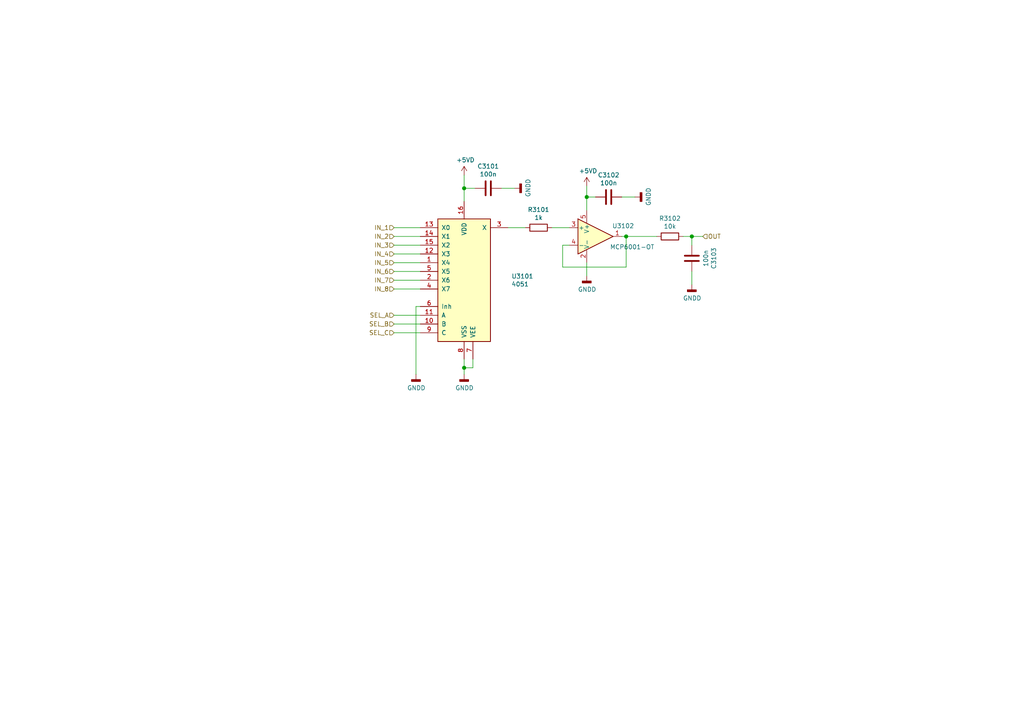
<source format=kicad_sch>
(kicad_sch (version 20211123) (generator eeschema)

  (uuid 5bdd93ee-e206-49ea-8235-e6d01732b17f)

  (paper "A4")

  (lib_symbols
    (symbol "4xxx:4051" (pin_names (offset 1.016)) (in_bom yes) (on_board yes)
      (property "Reference" "U" (id 0) (at -7.62 19.05 0)
        (effects (font (size 1.27 1.27)))
      )
      (property "Value" "4051" (id 1) (at -7.62 -19.05 0)
        (effects (font (size 1.27 1.27)))
      )
      (property "Footprint" "" (id 2) (at 0 0 0)
        (effects (font (size 1.27 1.27)) hide)
      )
      (property "Datasheet" "http://www.intersil.com/content/dam/Intersil/documents/cd40/cd4051bms-52bms-53bms.pdf" (id 3) (at 0 0 0)
        (effects (font (size 1.27 1.27)) hide)
      )
      (property "ki_locked" "" (id 4) (at 0 0 0)
        (effects (font (size 1.27 1.27)))
      )
      (property "ki_keywords" "CMOS MUX MUX8" (id 5) (at 0 0 0)
        (effects (font (size 1.27 1.27)) hide)
      )
      (property "ki_description" "Analog Multiplexer 8 to 1 lins" (id 6) (at 0 0 0)
        (effects (font (size 1.27 1.27)) hide)
      )
      (property "ki_fp_filters" "DIP?16*" (id 7) (at 0 0 0)
        (effects (font (size 1.27 1.27)) hide)
      )
      (symbol "4051_1_0"
        (pin passive line (at -12.7 5.08 0) (length 5.08)
          (name "X4" (effects (font (size 1.27 1.27))))
          (number "1" (effects (font (size 1.27 1.27))))
        )
        (pin input line (at -12.7 -12.7 0) (length 5.08)
          (name "B" (effects (font (size 1.27 1.27))))
          (number "10" (effects (font (size 1.27 1.27))))
        )
        (pin input line (at -12.7 -10.16 0) (length 5.08)
          (name "A" (effects (font (size 1.27 1.27))))
          (number "11" (effects (font (size 1.27 1.27))))
        )
        (pin passive line (at -12.7 7.62 0) (length 5.08)
          (name "X3" (effects (font (size 1.27 1.27))))
          (number "12" (effects (font (size 1.27 1.27))))
        )
        (pin passive line (at -12.7 15.24 0) (length 5.08)
          (name "X0" (effects (font (size 1.27 1.27))))
          (number "13" (effects (font (size 1.27 1.27))))
        )
        (pin passive line (at -12.7 12.7 0) (length 5.08)
          (name "X1" (effects (font (size 1.27 1.27))))
          (number "14" (effects (font (size 1.27 1.27))))
        )
        (pin passive line (at -12.7 10.16 0) (length 5.08)
          (name "X2" (effects (font (size 1.27 1.27))))
          (number "15" (effects (font (size 1.27 1.27))))
        )
        (pin power_in line (at 0 22.86 270) (length 5.08)
          (name "VDD" (effects (font (size 1.27 1.27))))
          (number "16" (effects (font (size 1.27 1.27))))
        )
        (pin passive line (at -12.7 0 0) (length 5.08)
          (name "X6" (effects (font (size 1.27 1.27))))
          (number "2" (effects (font (size 1.27 1.27))))
        )
        (pin passive line (at 12.7 15.24 180) (length 5.08)
          (name "X" (effects (font (size 1.27 1.27))))
          (number "3" (effects (font (size 1.27 1.27))))
        )
        (pin passive line (at -12.7 -2.54 0) (length 5.08)
          (name "X7" (effects (font (size 1.27 1.27))))
          (number "4" (effects (font (size 1.27 1.27))))
        )
        (pin passive line (at -12.7 2.54 0) (length 5.08)
          (name "X5" (effects (font (size 1.27 1.27))))
          (number "5" (effects (font (size 1.27 1.27))))
        )
        (pin input line (at -12.7 -7.62 0) (length 5.08)
          (name "Inh" (effects (font (size 1.27 1.27))))
          (number "6" (effects (font (size 1.27 1.27))))
        )
        (pin power_in line (at 2.54 -22.86 90) (length 5.08)
          (name "VEE" (effects (font (size 1.27 1.27))))
          (number "7" (effects (font (size 1.27 1.27))))
        )
        (pin power_in line (at 0 -22.86 90) (length 5.08)
          (name "VSS" (effects (font (size 1.27 1.27))))
          (number "8" (effects (font (size 1.27 1.27))))
        )
        (pin input line (at -12.7 -15.24 0) (length 5.08)
          (name "C" (effects (font (size 1.27 1.27))))
          (number "9" (effects (font (size 1.27 1.27))))
        )
      )
      (symbol "4051_1_1"
        (rectangle (start -7.62 17.78) (end 7.62 -17.78)
          (stroke (width 0.254) (type default) (color 0 0 0 0))
          (fill (type background))
        )
      )
    )
    (symbol "Amplifier_Operational:MCP6001-OT" (pin_names (offset 0.127)) (in_bom yes) (on_board yes)
      (property "Reference" "U" (id 0) (at -1.27 6.35 0)
        (effects (font (size 1.27 1.27)) (justify left))
      )
      (property "Value" "MCP6001-OT" (id 1) (at -1.27 3.81 0)
        (effects (font (size 1.27 1.27)) (justify left))
      )
      (property "Footprint" "Package_TO_SOT_SMD:SOT-23-5" (id 2) (at -2.54 -5.08 0)
        (effects (font (size 1.27 1.27)) (justify left) hide)
      )
      (property "Datasheet" "http://ww1.microchip.com/downloads/en/DeviceDoc/21733j.pdf" (id 3) (at 0 5.08 0)
        (effects (font (size 1.27 1.27)) hide)
      )
      (property "ki_keywords" "single opamp" (id 4) (at 0 0 0)
        (effects (font (size 1.27 1.27)) hide)
      )
      (property "ki_description" "1MHz, Low-Power Op Amp, SOT-23-5" (id 5) (at 0 0 0)
        (effects (font (size 1.27 1.27)) hide)
      )
      (property "ki_fp_filters" "SOT?23*" (id 6) (at 0 0 0)
        (effects (font (size 1.27 1.27)) hide)
      )
      (symbol "MCP6001-OT_0_1"
        (polyline
          (pts
            (xy -5.08 5.08)
            (xy 5.08 0)
            (xy -5.08 -5.08)
            (xy -5.08 5.08)
          )
          (stroke (width 0.254) (type default) (color 0 0 0 0))
          (fill (type background))
        )
        (pin power_in line (at -2.54 -7.62 90) (length 3.81)
          (name "V-" (effects (font (size 1.27 1.27))))
          (number "2" (effects (font (size 1.27 1.27))))
        )
        (pin power_in line (at -2.54 7.62 270) (length 3.81)
          (name "V+" (effects (font (size 1.27 1.27))))
          (number "5" (effects (font (size 1.27 1.27))))
        )
      )
      (symbol "MCP6001-OT_1_1"
        (pin output line (at 7.62 0 180) (length 2.54)
          (name "~" (effects (font (size 1.27 1.27))))
          (number "1" (effects (font (size 1.27 1.27))))
        )
        (pin input line (at -7.62 2.54 0) (length 2.54)
          (name "+" (effects (font (size 1.27 1.27))))
          (number "3" (effects (font (size 1.27 1.27))))
        )
        (pin input line (at -7.62 -2.54 0) (length 2.54)
          (name "-" (effects (font (size 1.27 1.27))))
          (number "4" (effects (font (size 1.27 1.27))))
        )
      )
    )
    (symbol "Device:C" (pin_numbers hide) (pin_names (offset 0.254)) (in_bom yes) (on_board yes)
      (property "Reference" "C" (id 0) (at 0.635 2.54 0)
        (effects (font (size 1.27 1.27)) (justify left))
      )
      (property "Value" "C" (id 1) (at 0.635 -2.54 0)
        (effects (font (size 1.27 1.27)) (justify left))
      )
      (property "Footprint" "" (id 2) (at 0.9652 -3.81 0)
        (effects (font (size 1.27 1.27)) hide)
      )
      (property "Datasheet" "~" (id 3) (at 0 0 0)
        (effects (font (size 1.27 1.27)) hide)
      )
      (property "ki_keywords" "cap capacitor" (id 4) (at 0 0 0)
        (effects (font (size 1.27 1.27)) hide)
      )
      (property "ki_description" "Unpolarized capacitor" (id 5) (at 0 0 0)
        (effects (font (size 1.27 1.27)) hide)
      )
      (property "ki_fp_filters" "C_*" (id 6) (at 0 0 0)
        (effects (font (size 1.27 1.27)) hide)
      )
      (symbol "C_0_1"
        (polyline
          (pts
            (xy -2.032 -0.762)
            (xy 2.032 -0.762)
          )
          (stroke (width 0.508) (type default) (color 0 0 0 0))
          (fill (type none))
        )
        (polyline
          (pts
            (xy -2.032 0.762)
            (xy 2.032 0.762)
          )
          (stroke (width 0.508) (type default) (color 0 0 0 0))
          (fill (type none))
        )
      )
      (symbol "C_1_1"
        (pin passive line (at 0 3.81 270) (length 2.794)
          (name "~" (effects (font (size 1.27 1.27))))
          (number "1" (effects (font (size 1.27 1.27))))
        )
        (pin passive line (at 0 -3.81 90) (length 2.794)
          (name "~" (effects (font (size 1.27 1.27))))
          (number "2" (effects (font (size 1.27 1.27))))
        )
      )
    )
    (symbol "Device:R" (pin_numbers hide) (pin_names (offset 0)) (in_bom yes) (on_board yes)
      (property "Reference" "R" (id 0) (at 2.032 0 90)
        (effects (font (size 1.27 1.27)))
      )
      (property "Value" "R" (id 1) (at 0 0 90)
        (effects (font (size 1.27 1.27)))
      )
      (property "Footprint" "" (id 2) (at -1.778 0 90)
        (effects (font (size 1.27 1.27)) hide)
      )
      (property "Datasheet" "~" (id 3) (at 0 0 0)
        (effects (font (size 1.27 1.27)) hide)
      )
      (property "ki_keywords" "R res resistor" (id 4) (at 0 0 0)
        (effects (font (size 1.27 1.27)) hide)
      )
      (property "ki_description" "Resistor" (id 5) (at 0 0 0)
        (effects (font (size 1.27 1.27)) hide)
      )
      (property "ki_fp_filters" "R_*" (id 6) (at 0 0 0)
        (effects (font (size 1.27 1.27)) hide)
      )
      (symbol "R_0_1"
        (rectangle (start -1.016 -2.54) (end 1.016 2.54)
          (stroke (width 0.254) (type default) (color 0 0 0 0))
          (fill (type none))
        )
      )
      (symbol "R_1_1"
        (pin passive line (at 0 3.81 270) (length 1.27)
          (name "~" (effects (font (size 1.27 1.27))))
          (number "1" (effects (font (size 1.27 1.27))))
        )
        (pin passive line (at 0 -3.81 90) (length 1.27)
          (name "~" (effects (font (size 1.27 1.27))))
          (number "2" (effects (font (size 1.27 1.27))))
        )
      )
    )
    (symbol "power:+5VD" (power) (pin_names (offset 0)) (in_bom yes) (on_board yes)
      (property "Reference" "#PWR" (id 0) (at 0 -3.81 0)
        (effects (font (size 1.27 1.27)) hide)
      )
      (property "Value" "+5VD" (id 1) (at 0 3.556 0)
        (effects (font (size 1.27 1.27)))
      )
      (property "Footprint" "" (id 2) (at 0 0 0)
        (effects (font (size 1.27 1.27)) hide)
      )
      (property "Datasheet" "" (id 3) (at 0 0 0)
        (effects (font (size 1.27 1.27)) hide)
      )
      (property "ki_keywords" "power-flag" (id 4) (at 0 0 0)
        (effects (font (size 1.27 1.27)) hide)
      )
      (property "ki_description" "Power symbol creates a global label with name \"+5VD\"" (id 5) (at 0 0 0)
        (effects (font (size 1.27 1.27)) hide)
      )
      (symbol "+5VD_0_1"
        (polyline
          (pts
            (xy -0.762 1.27)
            (xy 0 2.54)
          )
          (stroke (width 0) (type default) (color 0 0 0 0))
          (fill (type none))
        )
        (polyline
          (pts
            (xy 0 0)
            (xy 0 2.54)
          )
          (stroke (width 0) (type default) (color 0 0 0 0))
          (fill (type none))
        )
        (polyline
          (pts
            (xy 0 2.54)
            (xy 0.762 1.27)
          )
          (stroke (width 0) (type default) (color 0 0 0 0))
          (fill (type none))
        )
      )
      (symbol "+5VD_1_1"
        (pin power_in line (at 0 0 90) (length 0) hide
          (name "+5VD" (effects (font (size 1.27 1.27))))
          (number "1" (effects (font (size 1.27 1.27))))
        )
      )
    )
    (symbol "power:GNDD" (power) (pin_names (offset 0)) (in_bom yes) (on_board yes)
      (property "Reference" "#PWR" (id 0) (at 0 -6.35 0)
        (effects (font (size 1.27 1.27)) hide)
      )
      (property "Value" "GNDD" (id 1) (at 0 -3.175 0)
        (effects (font (size 1.27 1.27)))
      )
      (property "Footprint" "" (id 2) (at 0 0 0)
        (effects (font (size 1.27 1.27)) hide)
      )
      (property "Datasheet" "" (id 3) (at 0 0 0)
        (effects (font (size 1.27 1.27)) hide)
      )
      (property "ki_keywords" "power-flag" (id 4) (at 0 0 0)
        (effects (font (size 1.27 1.27)) hide)
      )
      (property "ki_description" "Power symbol creates a global label with name \"GNDD\" , digital ground" (id 5) (at 0 0 0)
        (effects (font (size 1.27 1.27)) hide)
      )
      (symbol "GNDD_0_1"
        (rectangle (start -1.27 -1.524) (end 1.27 -2.032)
          (stroke (width 0.254) (type default) (color 0 0 0 0))
          (fill (type outline))
        )
        (polyline
          (pts
            (xy 0 0)
            (xy 0 -1.524)
          )
          (stroke (width 0) (type default) (color 0 0 0 0))
          (fill (type none))
        )
      )
      (symbol "GNDD_1_1"
        (pin power_in line (at 0 0 270) (length 0) hide
          (name "GNDD" (effects (font (size 1.27 1.27))))
          (number "1" (effects (font (size 1.27 1.27))))
        )
      )
    )
  )

  (junction (at 181.61 68.58) (diameter 1.016) (color 0 0 0 0)
    (uuid 1db46316-f403-492b-8814-154fc43d62a8)
  )
  (junction (at 134.62 106.68) (diameter 1.016) (color 0 0 0 0)
    (uuid 65f89bc6-cda1-4481-b360-d7547150b31e)
  )
  (junction (at 170.18 57.15) (diameter 1.016) (color 0 0 0 0)
    (uuid 8a1a639a-559c-483d-9c99-1b2fafbdacf1)
  )
  (junction (at 134.62 54.61) (diameter 1.016) (color 0 0 0 0)
    (uuid b37c8835-0989-48c9-97ba-c045f0d7107f)
  )
  (junction (at 200.66 68.58) (diameter 1.016) (color 0 0 0 0)
    (uuid c2d81a3b-9b02-4ddc-9c7b-c0e881678970)
  )

  (wire (pts (xy 200.66 78.74) (xy 200.66 82.55))
    (stroke (width 0) (type solid) (color 0 0 0 0))
    (uuid 0ebcb8af-d85b-43e1-bbef-f54f9b37087b)
  )
  (wire (pts (xy 160.02 66.04) (xy 165.1 66.04))
    (stroke (width 0) (type solid) (color 0 0 0 0))
    (uuid 12772ac1-5729-4be3-9235-e603a4238a14)
  )
  (wire (pts (xy 198.12 68.58) (xy 200.66 68.58))
    (stroke (width 0) (type solid) (color 0 0 0 0))
    (uuid 15e6e548-3378-4286-8b86-f79dd52da5cd)
  )
  (wire (pts (xy 120.65 88.9) (xy 120.65 108.585))
    (stroke (width 0) (type solid) (color 0 0 0 0))
    (uuid 1b089f84-d1b8-4fd1-886d-66355f76d9de)
  )
  (wire (pts (xy 165.1 71.12) (xy 163.195 71.12))
    (stroke (width 0) (type solid) (color 0 0 0 0))
    (uuid 1e234b34-1734-4f4f-8c2b-ecdd42a2eaca)
  )
  (wire (pts (xy 147.32 66.04) (xy 152.4 66.04))
    (stroke (width 0) (type solid) (color 0 0 0 0))
    (uuid 22a56e65-bca6-4b15-822f-375c346a1c67)
  )
  (wire (pts (xy 145.415 54.61) (xy 149.225 54.61))
    (stroke (width 0) (type solid) (color 0 0 0 0))
    (uuid 31fafbbe-426b-445d-a629-6f160d5d3d86)
  )
  (wire (pts (xy 137.16 106.68) (xy 134.62 106.68))
    (stroke (width 0) (type solid) (color 0 0 0 0))
    (uuid 3445b9ec-3295-4468-94c5-87decff65d85)
  )
  (wire (pts (xy 134.62 104.14) (xy 134.62 106.68))
    (stroke (width 0) (type solid) (color 0 0 0 0))
    (uuid 3588e0a7-15da-4a75-a5c4-0dd75b17a788)
  )
  (wire (pts (xy 114.3 91.44) (xy 121.92 91.44))
    (stroke (width 0) (type solid) (color 0 0 0 0))
    (uuid 3d262bd6-79a2-4b7f-ae03-b3913d004cce)
  )
  (wire (pts (xy 114.3 66.04) (xy 121.92 66.04))
    (stroke (width 0) (type solid) (color 0 0 0 0))
    (uuid 4a8eed05-5cc7-44fb-914a-579a2ebca718)
  )
  (wire (pts (xy 181.61 68.58) (xy 190.5 68.58))
    (stroke (width 0) (type solid) (color 0 0 0 0))
    (uuid 4b2093db-83c4-4b11-ae1d-dc083be70d72)
  )
  (wire (pts (xy 181.61 77.47) (xy 181.61 68.58))
    (stroke (width 0) (type solid) (color 0 0 0 0))
    (uuid 4dd63fa8-83c7-4385-aea0-5daee8d648dc)
  )
  (wire (pts (xy 114.3 68.58) (xy 121.92 68.58))
    (stroke (width 0) (type solid) (color 0 0 0 0))
    (uuid 5a46d38d-611e-42b5-8ca0-0776ce30297f)
  )
  (wire (pts (xy 114.3 76.2) (xy 121.92 76.2))
    (stroke (width 0) (type solid) (color 0 0 0 0))
    (uuid 5df9e55a-c8d0-49c6-b257-f82233e96562)
  )
  (wire (pts (xy 134.62 54.61) (xy 137.795 54.61))
    (stroke (width 0) (type solid) (color 0 0 0 0))
    (uuid 6651f3c5-b5e4-47c9-ad67-1b10db85246f)
  )
  (wire (pts (xy 180.34 57.15) (xy 184.15 57.15))
    (stroke (width 0) (type solid) (color 0 0 0 0))
    (uuid 7fcbb409-2bde-43c8-bd6b-8f36eee8561c)
  )
  (wire (pts (xy 114.3 96.52) (xy 121.92 96.52))
    (stroke (width 0) (type solid) (color 0 0 0 0))
    (uuid 7ffa88cd-9cd8-4d68-88ab-e69ec116c321)
  )
  (wire (pts (xy 163.195 71.12) (xy 163.195 77.47))
    (stroke (width 0) (type solid) (color 0 0 0 0))
    (uuid 81d29510-b8d2-43eb-ba63-37a65706ff8a)
  )
  (wire (pts (xy 170.18 76.2) (xy 170.18 80.01))
    (stroke (width 0) (type solid) (color 0 0 0 0))
    (uuid 87461b1d-ffd8-41fe-a87a-4c2660bbdeb7)
  )
  (wire (pts (xy 134.62 106.68) (xy 134.62 108.585))
    (stroke (width 0) (type solid) (color 0 0 0 0))
    (uuid 8be653db-e4ab-4777-88b8-6238cf843089)
  )
  (wire (pts (xy 170.18 57.15) (xy 172.72 57.15))
    (stroke (width 0) (type solid) (color 0 0 0 0))
    (uuid 8fec52fe-7189-4ed8-8430-b50b34b5bea7)
  )
  (wire (pts (xy 200.66 68.58) (xy 203.835 68.58))
    (stroke (width 0) (type solid) (color 0 0 0 0))
    (uuid 90ed6907-1556-40cb-a0ad-89876809dddd)
  )
  (wire (pts (xy 114.3 93.98) (xy 121.92 93.98))
    (stroke (width 0) (type solid) (color 0 0 0 0))
    (uuid 9bba08c6-5c81-4cce-bfef-b7ae94c2cb55)
  )
  (wire (pts (xy 180.34 68.58) (xy 181.61 68.58))
    (stroke (width 0) (type solid) (color 0 0 0 0))
    (uuid a03aa389-769b-4a0a-bd70-11f0b3ad90fa)
  )
  (wire (pts (xy 134.62 50.8) (xy 134.62 54.61))
    (stroke (width 0) (type solid) (color 0 0 0 0))
    (uuid a2a85a68-7e35-45cc-a159-dff83882b55e)
  )
  (wire (pts (xy 163.195 77.47) (xy 181.61 77.47))
    (stroke (width 0) (type solid) (color 0 0 0 0))
    (uuid abb1ada8-5ad8-4e35-a9d4-41a97027fbe8)
  )
  (wire (pts (xy 114.3 71.12) (xy 121.92 71.12))
    (stroke (width 0) (type solid) (color 0 0 0 0))
    (uuid acf04346-ab42-4c19-ae0d-9465c1bb0b5c)
  )
  (wire (pts (xy 200.66 68.58) (xy 200.66 71.12))
    (stroke (width 0) (type solid) (color 0 0 0 0))
    (uuid ad41c0f4-7877-43d1-bdf8-81ba947ab6d2)
  )
  (wire (pts (xy 114.3 73.66) (xy 121.92 73.66))
    (stroke (width 0) (type solid) (color 0 0 0 0))
    (uuid b84552cf-4dbd-4eed-b0c1-d3264091288d)
  )
  (wire (pts (xy 121.92 88.9) (xy 120.65 88.9))
    (stroke (width 0) (type solid) (color 0 0 0 0))
    (uuid c33371c3-654d-4fc7-a607-9266ac5b6a13)
  )
  (wire (pts (xy 134.62 54.61) (xy 134.62 58.42))
    (stroke (width 0) (type solid) (color 0 0 0 0))
    (uuid c4c93fb7-d593-4da0-a452-783c37681494)
  )
  (wire (pts (xy 114.3 81.28) (xy 121.92 81.28))
    (stroke (width 0) (type solid) (color 0 0 0 0))
    (uuid ce167a63-1b26-4bc4-8a09-2dba759522e2)
  )
  (wire (pts (xy 114.3 83.82) (xy 121.92 83.82))
    (stroke (width 0) (type solid) (color 0 0 0 0))
    (uuid d4a0c18f-0a54-4b78-8900-538fed264fd4)
  )
  (wire (pts (xy 137.16 104.14) (xy 137.16 106.68))
    (stroke (width 0) (type solid) (color 0 0 0 0))
    (uuid d9890a10-0d35-416b-8c25-293ec36e9245)
  )
  (wire (pts (xy 114.3 78.74) (xy 121.92 78.74))
    (stroke (width 0) (type solid) (color 0 0 0 0))
    (uuid da990184-fd97-49a7-81d4-35e22857ca14)
  )
  (wire (pts (xy 170.18 60.96) (xy 170.18 57.15))
    (stroke (width 0) (type solid) (color 0 0 0 0))
    (uuid edaccd77-4a68-4f1a-b230-63918e47971c)
  )
  (wire (pts (xy 170.18 53.975) (xy 170.18 57.15))
    (stroke (width 0) (type solid) (color 0 0 0 0))
    (uuid ff9e7ba3-b498-4f05-aa7a-04e0a3129ab7)
  )

  (hierarchical_label "IN_8" (shape input) (at 114.3 83.82 180)
    (effects (font (size 1.27 1.27)) (justify right))
    (uuid 2840b556-bca0-4133-bdc1-1b4c72a75ef5)
  )
  (hierarchical_label "SEL_A" (shape input) (at 114.3 91.44 180)
    (effects (font (size 1.27 1.27)) (justify right))
    (uuid 30ceca89-de74-4438-ae97-5b9a1bb7bbae)
  )
  (hierarchical_label "IN_7" (shape input) (at 114.3 81.28 180)
    (effects (font (size 1.27 1.27)) (justify right))
    (uuid 33190f7f-3bcf-4c67-9153-a7d3170789ac)
  )
  (hierarchical_label "IN_5" (shape input) (at 114.3 76.2 180)
    (effects (font (size 1.27 1.27)) (justify right))
    (uuid 3b64be64-4775-47ad-81e8-7a81ec19d34d)
  )
  (hierarchical_label "IN_4" (shape input) (at 114.3 73.66 180)
    (effects (font (size 1.27 1.27)) (justify right))
    (uuid 3fc6a369-fd91-4017-b468-bf4a38c1190f)
  )
  (hierarchical_label "IN_3" (shape input) (at 114.3 71.12 180)
    (effects (font (size 1.27 1.27)) (justify right))
    (uuid 83835cda-ec4b-4138-8725-2d38f39832ce)
  )
  (hierarchical_label "SEL_C" (shape input) (at 114.3 96.52 180)
    (effects (font (size 1.27 1.27)) (justify right))
    (uuid a1739152-97b0-4efb-8e85-255fb9ab281a)
  )
  (hierarchical_label "IN_1" (shape input) (at 114.3 66.04 180)
    (effects (font (size 1.27 1.27)) (justify right))
    (uuid b4a8346a-153e-4642-a592-6e24db4a3c80)
  )
  (hierarchical_label "IN_6" (shape input) (at 114.3 78.74 180)
    (effects (font (size 1.27 1.27)) (justify right))
    (uuid b4ea111a-655a-42f3-af1c-1856e2f9e14d)
  )
  (hierarchical_label "OUT" (shape input) (at 203.835 68.58 0)
    (effects (font (size 1.27 1.27)) (justify left))
    (uuid b8a91ec8-4ff2-42eb-b660-e05413218092)
  )
  (hierarchical_label "IN_2" (shape input) (at 114.3 68.58 180)
    (effects (font (size 1.27 1.27)) (justify right))
    (uuid ba61d475-ea33-4cc0-bd57-8afa99128596)
  )
  (hierarchical_label "SEL_B" (shape input) (at 114.3 93.98 180)
    (effects (font (size 1.27 1.27)) (justify right))
    (uuid d31cb491-535e-47d4-ab10-e9e44b8de27e)
  )

  (symbol (lib_id "power:GNDD") (at 134.62 108.585 0)
    (in_bom yes) (on_board yes)
    (uuid 157f6b56-7737-427d-8ddd-a953d1ceba38)
    (property "Reference" "#PWR03105" (id 0) (at 134.62 114.935 0)
      (effects (font (size 1.27 1.27)) hide)
    )
    (property "Value" "GNDD" (id 1) (at 134.7216 112.522 0))
    (property "Footprint" "" (id 2) (at 134.62 108.585 0)
      (effects (font (size 1.27 1.27)) hide)
    )
    (property "Datasheet" "" (id 3) (at 134.62 108.585 0)
      (effects (font (size 1.27 1.27)) hide)
    )
    (pin "1" (uuid 4625f4ce-3df2-4df9-872c-4deb31549ec8))
  )

  (symbol (lib_id "power:GNDD") (at 170.18 80.01 0)
    (in_bom yes) (on_board yes)
    (uuid 34a4e272-61e7-4553-88ec-19f48f06a41d)
    (property "Reference" "#PWR03108" (id 0) (at 170.18 86.36 0)
      (effects (font (size 1.27 1.27)) hide)
    )
    (property "Value" "GNDD" (id 1) (at 170.2816 83.947 0))
    (property "Footprint" "" (id 2) (at 170.18 80.01 0)
      (effects (font (size 1.27 1.27)) hide)
    )
    (property "Datasheet" "" (id 3) (at 170.18 80.01 0)
      (effects (font (size 1.27 1.27)) hide)
    )
    (pin "1" (uuid 75cfaa0c-dc28-4e51-a0cb-753e920dcef0))
  )

  (symbol (lib_id "Amplifier_Operational:MCP6001-OT") (at 172.72 68.58 0)
    (in_bom yes) (on_board yes)
    (uuid 35fc21b2-2c59-4fcd-954b-a7c1195a8354)
    (property "Reference" "U3102" (id 0) (at 177.5461 65.5256 0)
      (effects (font (size 1.27 1.27)) (justify left))
    )
    (property "Value" "MCP6001-OT" (id 1) (at 176.9111 71.6343 0)
      (effects (font (size 1.27 1.27)) (justify left))
    )
    (property "Footprint" "Package_TO_SOT_SMD:SOT-23-5" (id 2) (at 170.18 73.66 0)
      (effects (font (size 1.27 1.27)) (justify left) hide)
    )
    (property "Datasheet" "http://ww1.microchip.com/downloads/en/DeviceDoc/21733j.pdf" (id 3) (at 172.72 63.5 0)
      (effects (font (size 1.27 1.27)) hide)
    )
    (pin "2" (uuid 5492cbdf-a038-410a-b1e6-b9ea808e1f6f))
    (pin "5" (uuid 4d451da5-899c-4fa7-971e-185fd45bdf72))
    (pin "1" (uuid 9258719a-2d5a-4cc2-8528-54705084bc37))
    (pin "3" (uuid d5ad2261-583e-480b-b3e9-f916d18d687a))
    (pin "4" (uuid d444e294-fd8c-476b-b721-55c166e5c2e7))
  )

  (symbol (lib_id "Device:C") (at 176.53 57.15 90)
    (in_bom yes) (on_board yes)
    (uuid 49e31916-b8da-4695-a543-9583480c33da)
    (property "Reference" "C3102" (id 0) (at 176.53 50.7808 90))
    (property "Value" "100n" (id 1) (at 176.53 53.08 90))
    (property "Footprint" "Capacitor_SMD:C_0603_1608Metric" (id 2) (at 180.34 56.1848 0)
      (effects (font (size 1.27 1.27)) hide)
    )
    (property "Datasheet" "~" (id 3) (at 176.53 57.15 0)
      (effects (font (size 1.27 1.27)) hide)
    )
    (pin "1" (uuid 856f4dc2-afdb-43cd-a65f-c22145c68b19))
    (pin "2" (uuid 16ff8a6f-131e-452d-9d0d-793080fb9e43))
  )

  (symbol (lib_id "power:GNDD") (at 200.66 82.55 0)
    (in_bom yes) (on_board yes)
    (uuid 524a597d-0b7a-43d3-8741-1bd93334f938)
    (property "Reference" "#PWR03110" (id 0) (at 200.66 88.9 0)
      (effects (font (size 1.27 1.27)) hide)
    )
    (property "Value" "GNDD" (id 1) (at 200.7616 86.487 0))
    (property "Footprint" "" (id 2) (at 200.66 82.55 0)
      (effects (font (size 1.27 1.27)) hide)
    )
    (property "Datasheet" "" (id 3) (at 200.66 82.55 0)
      (effects (font (size 1.27 1.27)) hide)
    )
    (pin "1" (uuid 3b8602a5-ff02-4228-b6a3-9a3cdfdd2026))
  )

  (symbol (lib_id "power:+5VD") (at 170.18 53.975 0)
    (in_bom yes) (on_board yes)
    (uuid 653174ec-075b-4255-8665-857755a2c455)
    (property "Reference" "#PWR03107" (id 0) (at 170.18 57.785 0)
      (effects (font (size 1.27 1.27)) hide)
    )
    (property "Value" "+5VD" (id 1) (at 170.561 49.5808 0))
    (property "Footprint" "" (id 2) (at 170.18 53.975 0)
      (effects (font (size 1.27 1.27)) hide)
    )
    (property "Datasheet" "" (id 3) (at 170.18 53.975 0)
      (effects (font (size 1.27 1.27)) hide)
    )
    (pin "1" (uuid 297d66f1-db48-41be-8fcd-70561c0464fe))
  )

  (symbol (lib_id "Device:R") (at 156.21 66.04 90)
    (in_bom yes) (on_board yes)
    (uuid 65ed5a3d-8635-42fc-b926-6856c27d17ae)
    (property "Reference" "R3101" (id 0) (at 156.21 60.8138 90))
    (property "Value" "1k" (id 1) (at 156.21 63.113 90))
    (property "Footprint" "Resistor_SMD:R_0603_1608Metric" (id 2) (at 156.21 67.818 90)
      (effects (font (size 1.27 1.27)) hide)
    )
    (property "Datasheet" "~" (id 3) (at 156.21 66.04 0)
      (effects (font (size 1.27 1.27)) hide)
    )
    (pin "1" (uuid 07501cd3-32f5-4d57-9dfe-ac0556e8ccbb))
    (pin "2" (uuid 0858d513-861d-49de-bc5c-9cfe89a6e031))
  )

  (symbol (lib_id "Device:C") (at 141.605 54.61 90)
    (in_bom yes) (on_board yes)
    (uuid 7caab070-264e-49cd-919a-b6b71975f805)
    (property "Reference" "C3101" (id 0) (at 141.605 48.2408 90))
    (property "Value" "100n" (id 1) (at 141.605 50.54 90))
    (property "Footprint" "Capacitor_SMD:C_0603_1608Metric" (id 2) (at 145.415 53.6448 0)
      (effects (font (size 1.27 1.27)) hide)
    )
    (property "Datasheet" "~" (id 3) (at 141.605 54.61 0)
      (effects (font (size 1.27 1.27)) hide)
    )
    (pin "1" (uuid 960e2987-f64d-4a84-9fe2-25d58f272095))
    (pin "2" (uuid 32951d31-d0c8-4bf3-9670-3b7513ad3893))
  )

  (symbol (lib_id "Device:R") (at 194.31 68.58 90)
    (in_bom yes) (on_board yes)
    (uuid 820a7e51-4688-4955-880c-bb03aadeb23a)
    (property "Reference" "R3102" (id 0) (at 194.31 63.3538 90))
    (property "Value" "10k" (id 1) (at 194.31 65.653 90))
    (property "Footprint" "Resistor_SMD:R_0603_1608Metric" (id 2) (at 194.31 70.358 90)
      (effects (font (size 1.27 1.27)) hide)
    )
    (property "Datasheet" "~" (id 3) (at 194.31 68.58 0)
      (effects (font (size 1.27 1.27)) hide)
    )
    (pin "1" (uuid 8c67c380-8a4f-420e-b898-112facb242be))
    (pin "2" (uuid 244fbe00-5f6e-46bb-a46c-5eb9139459dd))
  )

  (symbol (lib_id "power:+5VD") (at 134.62 50.8 0)
    (in_bom yes) (on_board yes)
    (uuid 94275a7b-7a25-45f0-845c-769dc74fb6eb)
    (property "Reference" "#PWR03104" (id 0) (at 134.62 54.61 0)
      (effects (font (size 1.27 1.27)) hide)
    )
    (property "Value" "+5VD" (id 1) (at 135.001 46.4058 0))
    (property "Footprint" "" (id 2) (at 134.62 50.8 0)
      (effects (font (size 1.27 1.27)) hide)
    )
    (property "Datasheet" "" (id 3) (at 134.62 50.8 0)
      (effects (font (size 1.27 1.27)) hide)
    )
    (pin "1" (uuid 26fd328e-07e4-4858-bc27-080067b9a6fc))
  )

  (symbol (lib_id "power:GNDD") (at 120.65 108.585 0)
    (in_bom yes) (on_board yes)
    (uuid abd2ce77-6753-4e03-a64a-7125ac0a133b)
    (property "Reference" "#PWR03103" (id 0) (at 120.65 114.935 0)
      (effects (font (size 1.27 1.27)) hide)
    )
    (property "Value" "GNDD" (id 1) (at 120.7516 112.522 0))
    (property "Footprint" "" (id 2) (at 120.65 108.585 0)
      (effects (font (size 1.27 1.27)) hide)
    )
    (property "Datasheet" "" (id 3) (at 120.65 108.585 0)
      (effects (font (size 1.27 1.27)) hide)
    )
    (pin "1" (uuid 31e4d500-fa84-412c-9626-ef8a17951182))
  )

  (symbol (lib_id "Device:C") (at 200.66 74.93 0)
    (in_bom yes) (on_board yes)
    (uuid b187b50b-50d3-44a5-a90b-cafece8c9815)
    (property "Reference" "C3103" (id 0) (at 207.0292 74.93 90))
    (property "Value" "100n" (id 1) (at 204.73 74.93 90))
    (property "Footprint" "Capacitor_SMD:C_0603_1608Metric" (id 2) (at 201.6252 78.74 0)
      (effects (font (size 1.27 1.27)) hide)
    )
    (property "Datasheet" "~" (id 3) (at 200.66 74.93 0)
      (effects (font (size 1.27 1.27)) hide)
    )
    (pin "1" (uuid 786245ec-1a75-4ec7-9392-e0792bef4b02))
    (pin "2" (uuid 382e1675-712e-4688-b0fc-17ab0f9e1a9d))
  )

  (symbol (lib_id "4xxx:4051") (at 134.62 81.28 0)
    (in_bom yes) (on_board yes)
    (uuid e7de4de6-3f60-442d-a0dd-2a69a2839257)
    (property "Reference" "U3101" (id 0) (at 148.3361 80.1306 0)
      (effects (font (size 1.27 1.27)) (justify left))
    )
    (property "Value" "4051" (id 1) (at 148.3361 82.4293 0)
      (effects (font (size 1.27 1.27)) (justify left))
    )
    (property "Footprint" "Package_SO:SOIC-16_3.9x9.9mm_P1.27mm" (id 2) (at 134.62 81.28 0)
      (effects (font (size 1.27 1.27)) hide)
    )
    (property "Datasheet" "http://www.intersil.com/content/dam/Intersil/documents/cd40/cd4051bms-52bms-53bms.pdf" (id 3) (at 134.62 81.28 0)
      (effects (font (size 1.27 1.27)) hide)
    )
    (pin "1" (uuid 97e2da1a-eb6a-4131-b4a1-821d751c6d33))
    (pin "10" (uuid 8295f7b2-fdbe-4301-b3b4-ec1ae0ac4281))
    (pin "11" (uuid c3f192fe-93d0-4ae7-b963-14cd523e0a03))
    (pin "12" (uuid 41e4402c-02b7-49ce-b4a0-79a2fca7b079))
    (pin "13" (uuid d5c82cbc-815e-4114-b5c2-663811137c73))
    (pin "14" (uuid b5ce5880-8fce-464a-9315-fc95a5da31d0))
    (pin "15" (uuid 66be07ee-b4e1-4c42-bd2d-b910e754d77c))
    (pin "16" (uuid 8f2b490f-6971-408d-83b3-5914dcc0a976))
    (pin "2" (uuid dc22f51d-06b7-472a-ada6-9515186723ee))
    (pin "3" (uuid 9914e66b-27fe-490c-947e-07b9a27d011b))
    (pin "4" (uuid 34f89c23-44cb-4901-903d-bde4b8248181))
    (pin "5" (uuid e615ee3d-3a4a-4cc3-b761-f0fecff676d4))
    (pin "6" (uuid 6701021e-ce5b-441e-b682-88bb1cc85dc6))
    (pin "7" (uuid 296eaec0-2ce7-42fc-a0d0-900b3770d5da))
    (pin "8" (uuid 8956446b-e67c-4ba4-9104-a52bf8fb15ee))
    (pin "9" (uuid 3b3efb7d-447f-4227-b3c8-fd74db522cb2))
  )

  (symbol (lib_id "power:GNDD") (at 184.15 57.15 90)
    (in_bom yes) (on_board yes)
    (uuid fcbafcad-d3ca-4a04-9eae-139c32446b7b)
    (property "Reference" "#PWR03109" (id 0) (at 190.5 57.15 0)
      (effects (font (size 1.27 1.27)) hide)
    )
    (property "Value" "GNDD" (id 1) (at 188.087 57.0484 0))
    (property "Footprint" "" (id 2) (at 184.15 57.15 0)
      (effects (font (size 1.27 1.27)) hide)
    )
    (property "Datasheet" "" (id 3) (at 184.15 57.15 0)
      (effects (font (size 1.27 1.27)) hide)
    )
    (pin "1" (uuid 5c29fd05-0d6a-461b-a41c-60cd073a1f2f))
  )

  (symbol (lib_id "power:GNDD") (at 149.225 54.61 90)
    (in_bom yes) (on_board yes)
    (uuid fdf2229a-d2c2-4130-9401-983a381eebb9)
    (property "Reference" "#PWR03106" (id 0) (at 155.575 54.61 0)
      (effects (font (size 1.27 1.27)) hide)
    )
    (property "Value" "GNDD" (id 1) (at 153.162 54.5084 0))
    (property "Footprint" "" (id 2) (at 149.225 54.61 0)
      (effects (font (size 1.27 1.27)) hide)
    )
    (property "Datasheet" "" (id 3) (at 149.225 54.61 0)
      (effects (font (size 1.27 1.27)) hide)
    )
    (pin "1" (uuid a393b701-27ca-42c1-80a9-579a4e4591e2))
  )
)

</source>
